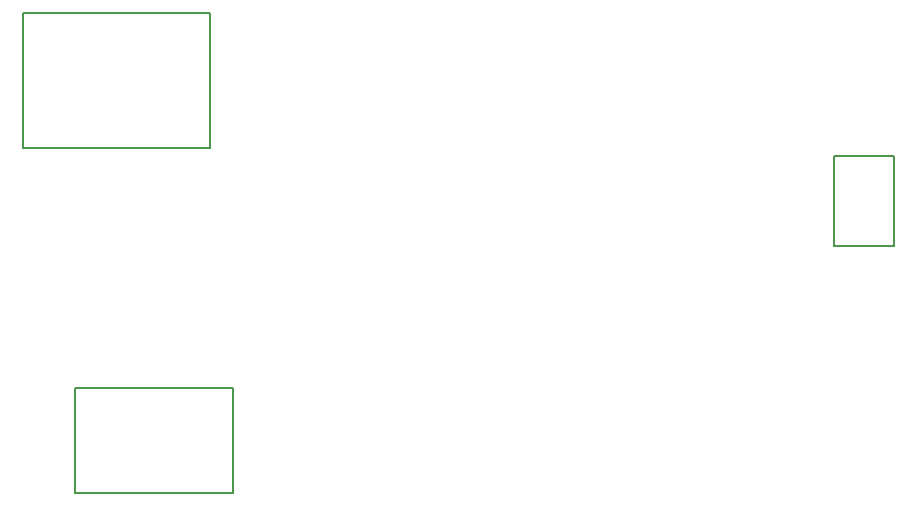
<source format=gbr>
%TF.GenerationSoftware,KiCad,Pcbnew,8.0.8*%
%TF.CreationDate,2025-07-24T20:26:14+03:00*%
%TF.ProjectId,memristor_shield,6d656d72-6973-4746-9f72-5f736869656c,rev?*%
%TF.SameCoordinates,Original*%
%TF.FileFunction,OtherDrawing,Comment*%
%FSLAX46Y46*%
G04 Gerber Fmt 4.6, Leading zero omitted, Abs format (unit mm)*
G04 Created by KiCad (PCBNEW 8.0.8) date 2025-07-24 20:26:14*
%MOMM*%
%LPD*%
G01*
G04 APERTURE LIST*
%ADD10C,0.150000*%
G04 APERTURE END LIST*
D10*
X98095000Y-96825000D02*
X98095000Y-87935000D01*
X111430000Y-96825000D02*
X98095000Y-96825000D01*
X162357000Y-68250000D02*
X167437000Y-68250000D01*
X167437000Y-75870000D01*
X162357000Y-75870000D01*
X162357000Y-68250000D01*
X98095000Y-87935000D02*
X111430000Y-87935000D01*
X93650000Y-67615000D02*
X93650000Y-56185000D01*
X111430000Y-87935000D02*
X111430000Y-96825000D01*
X109520000Y-56205000D02*
X109520000Y-67635000D01*
X93650000Y-56185000D02*
X109525000Y-56185000D01*
X109525000Y-67615000D02*
X93650000Y-67615000D01*
M02*

</source>
